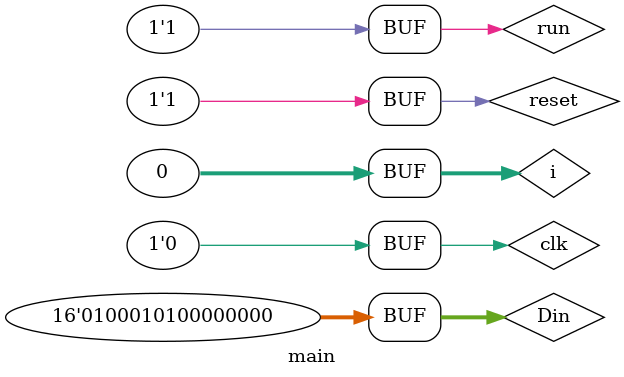
<source format=v>
module controlUnit(
	output reg  [9:0] muxOutLine,
	output reg  [9:0] regEnLine,
	output reg  IRin, addSub, done,
	input  wire [08:0] IR,
	input  wire run, reset, clk
);
	reg [1:0] count;
	
	// Counter Control
	always @(posedge clk or negedge reset) begin
		if(~reset)
			count <= 2'b0;
		else if(run | count != 0)				// Run required for only one clk cycle.
			count <= count + 2'b1;
	end
	
	// Control Unit (Combinational Main part)
	always @(*) begin
		case (count)
			// Time Step 0
			2'b00: begin	//Update IR
				{muxOutLine, regEnLine} = 20'b0;
				{IRin, addSub, done} = 3'b100;
			end
			// Time Step 1
			2'b01:
			case(IR[8:6])
				3'b000: begin		// mv handle
					muxOutLine = 1'b1 << IR[2:0];		// Source
					regEnLine  = 1'b1 << IR[5:3];		// Destination
					{IRin, addSub, done} = {2'b0, 1'b1};
				end
				3'b001: begin			// mvi handle
					muxOutLine = 1'b1 << 9;				// Enable Din for mux select
					regEnLine  = 1'b1 << IR[5:3];		// Destination
					{IRin, addSub, done} = {2'b0, 1'b1};
				end
				3'b010, 3'b011: begin// add/Sub Handle
					muxOutLine = 1'b1 << IR[5:3];		// Source
					regEnLine  = 1'b1 << 8;				// Destination (A on loc8)
					{IRin, addSub, done} = 3'b0;
				end
				default: begin
					muxOutLine = 10'b0;
					regEnLine  = 10'b0;
					{IRin, addSub, done} = 3'b0;
				end
			endcase
			// Time Step 2
			2'b10:
				if(IR[8:7] == 2'b01)begin
					muxOutLine = 1'b1 << IR[2:0];
					regEnLine  = 1'b1 << 9;			// Destination (Gin Enable on Loc9)
					addSub = IR[6];					// 0 for Add. 1 for Sub
					{IRin, done} = 2'b0;
				end
				else begin		// This is combinational logic. Heed the else's to avoid latches.
					muxOutLine = 10'b0;
					regEnLine  = 10'b0;
					{IRin, addSub, done} = 3'b0;
				end
			// Time Step 3
			2'b11:
				if(IR[8:7] == 2'b01)begin
					muxOutLine = 1'b1 << 8;				// Gout enable
					regEnLine  = 1'b1 << IR[5:3];		// Rx in.
					{IRin, addSub, done} = 3'b1;		// Send Done signal.
				end
				else begin		// This is combinational logic. Heed the else's to avoid latches.
					muxOutLine = 10'b0;
					regEnLine  = 10'b0;
					{IRin, addSub, done} = 3'b0;
				end
		endcase
	end
endmodule

module regBank(
	output reg  [15:0] bus,
	input  wire [15:0] G, Din,
	input  wire [07:0] RxEn, RxSel,
	input  wire GSel, DinSel,
	input  wire reset, clk
);
	integer i;
	reg [15:0] R [7:0];
	wire [15:0] Ra, Rb, Rc, Rd;
	
	assign Ra = R[0];
	assign Rb = R[1];
	assign Rc = R[2];
	assign Rd = R[3];
	// Register Logic
	always @(posedge clk or negedge reset) begin
		if(~reset)
			for(i=0; i<8; i=i+1)
				R[i] <= 16'd0;
		else for(i=0; i<8; i=i+1) begin
			if(RxEn[i])
				R[i] <= bus;
		end
	end
	// Mux Logic
	always @(*) begin
		bus = 0;
		if(GSel)
			bus = G;
		else if(DinSel)
			bus = Din;
		else for(i=0; i<8; i=i+1)
			if(RxSel[i])
				bus = R[i];
	end
endmodule


module proc(
	output wire [15:0] bus,
	output wire done,
	input  wire [15:0] Din,
	input  wire run, reset, clk 
);
	wire [9:0] muxOutLine, regEnLine;
	wire IRin, addSub;
	reg  [8:0] IR;
	reg  [15:0] A, G;
	
	// Reg A, G handle
	always @(posedge clk or negedge reset) begin
		if(~reset)
			{A, G} <= 32'd0;
		else begin
			if(regEnLine[8])
				A <= bus;
			if(regEnLine[9])
				G <= addSub ? A-bus: A+bus;
		end
	end
	
	// Instrunction Register Handle
	always @(posedge clk or negedge reset) begin
		if(~reset)
			IR <= 9'd0;
		else if(IRin)
			IR <= Din[15:7];
	end
	
	controlUnit CU0(
		muxOutLine,
		regEnLine,
		IRin, addSub, done,
		IR,
		run, reset, clk
	);
	
	regBank RB0(
		bus,
		G, Din,
		regEnLine[7:0], muxOutLine[7:0],
		muxOutLine[8], muxOutLine[9],
		reset, clk
	);
endmodule

module main;
	wire [15:0] bus;
	wire done;
	reg  [15:0] Din;
	reg  run, reset, clk;
	
	integer i=0;
	proc P0(bus, done, Din, run, reset, clk);
	
	initial begin
		$dumpfile("test.vcd");
		$dumpvars(0, main);
		
		#0 reset=1; run=0; clk=0; Din=0;
		#1 reset=0; #1 reset=1;
		
		#0 run=1'b1;
		
		// mv R0, #10				
		#0 Din=16'h2400;					//m
		#1 clk = ~clk; #1 clk = ~clk;		//p
		#1 Din=16'h000A;					//m
		#1 clk = ~clk; #1 clk = ~clk;		//p
		#1 clk = ~clk; #1 clk = ~clk;		//p
		#1 clk = ~clk; #1 clk = ~clk;		//p
		
		// mv R1, #20				
		#0 Din=16'h2800;					//m
		#1 clk = ~clk; #1 clk = ~clk;		//p
		#1 Din=16'h0014;					//m
		#1 clk = ~clk; #1 clk = ~clk;		//p
		#1 clk = ~clk; #1 clk = ~clk;		//p
		#1 clk = ~clk; #1 clk = ~clk;		//p
		
		// add R1, R2				
		#0 Din=16'h4500;					//m
		#1 clk = ~clk; #1 clk = ~clk;		//p
		#1 clk = ~clk; #1 clk = ~clk;		//p
		#1 clk = ~clk; #1 clk = ~clk;		//p
		#1 clk = ~clk; #1 clk = ~clk;		//p
	end
endmodule


</source>
